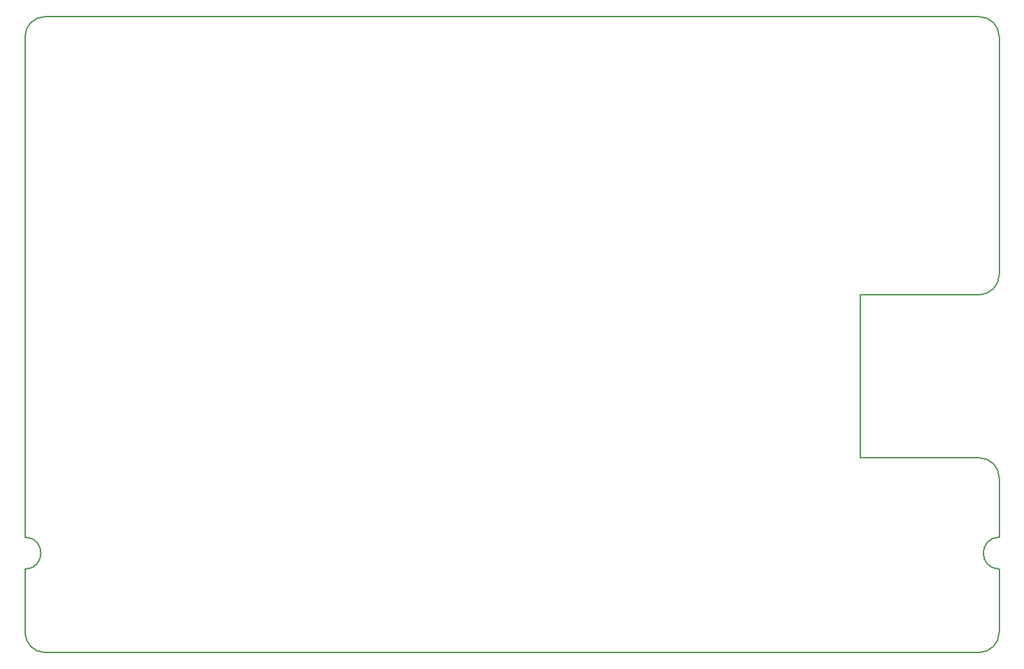
<source format=gbr>
G04 #@! TF.FileFunction,Profile,NP*
%FSLAX46Y46*%
G04 Gerber Fmt 4.6, Leading zero omitted, Abs format (unit mm)*
G04 Created by KiCad (PCBNEW 4.0.7) date 03/27/18 18:49:24*
%MOMM*%
%LPD*%
G01*
G04 APERTURE LIST*
%ADD10C,0.100000*%
%ADD11C,0.150000*%
G04 APERTURE END LIST*
D10*
D11*
X118008400Y-74015600D02*
X118008400Y-137972800D01*
X239877600Y-71424800D02*
X120599200Y-71424800D01*
X242468400Y-104394000D02*
X242468400Y-74015600D01*
X224688400Y-106984800D02*
X239877600Y-106984800D01*
X224688400Y-127812800D02*
X224688400Y-106984800D01*
X239877600Y-127812800D02*
X224688400Y-127812800D01*
X242468400Y-137972800D02*
X242468400Y-130403600D01*
X242468400Y-150114000D02*
X242468400Y-142036800D01*
X120599200Y-152704800D02*
X239877600Y-152704800D01*
X118008400Y-142036800D02*
X118008400Y-150114000D01*
X118008400Y-142036800D02*
G75*
G03X118008400Y-137972800I0J2032000D01*
G01*
X242468400Y-137972800D02*
G75*
G03X242468400Y-142036800I0J-2032000D01*
G01*
X242468400Y-130403600D02*
G75*
G03X239877600Y-127812800I-2590800J0D01*
G01*
X239877600Y-106984800D02*
G75*
G03X242468400Y-104394000I0J2590800D01*
G01*
X242468400Y-74015600D02*
G75*
G03X239877600Y-71424800I-2590800J0D01*
G01*
X120599200Y-71424800D02*
G75*
G03X118008400Y-74015600I0J-2590800D01*
G01*
X239877600Y-152704800D02*
G75*
G03X242468400Y-150114000I0J2590800D01*
G01*
X118008400Y-150114000D02*
G75*
G03X120599200Y-152704800I2590800J0D01*
G01*
M02*

</source>
